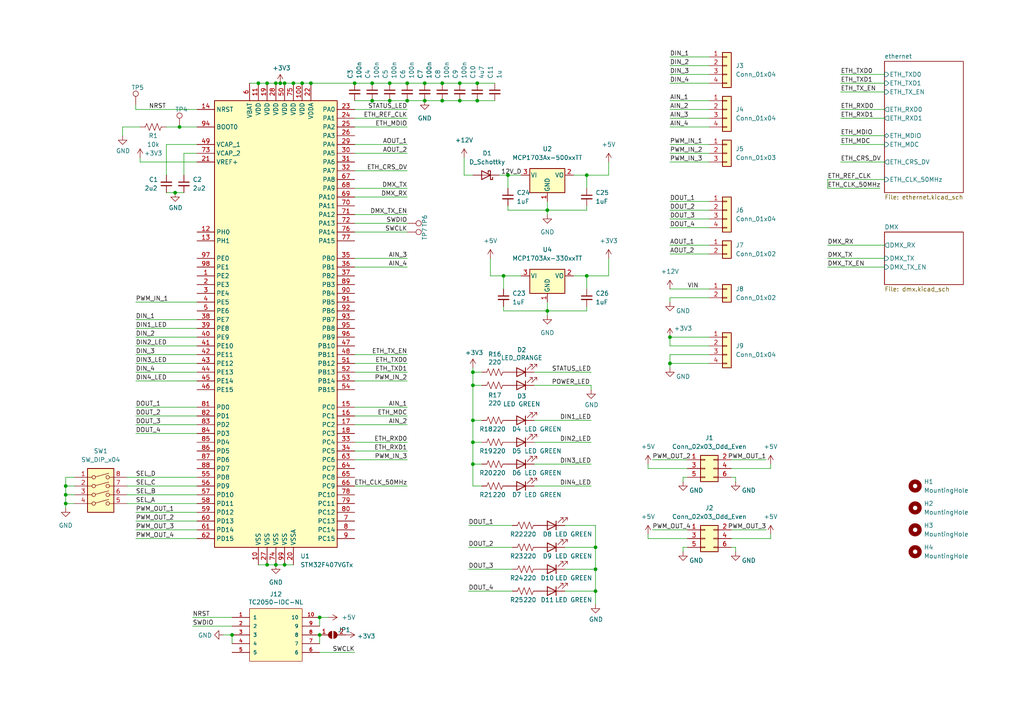
<source format=kicad_sch>
(kicad_sch (version 20211123) (generator eeschema)
  (paper "A4")
  (lib_symbols
    (symbol "Connector:TestPoint" (pin_numbers hide) (pin_names (offset 0.762) hide)
      (property "Reference" "TP" (at 0 6.858 0))
      (property "Value" "TestPoint" (at 0 5.08 0))
      (symbol "TestPoint_1_1"
        (pin passive line (at 0 0 90) (length 2.54) (name "1") (number "1"))
      )
    )
    (symbol "Connector_Generic:Conn_01x02" (pin_names (offset 1.016) hide)
      (property "Reference" "J" (at 0 2.54 0))
      (property "Value" "Conn_01x02" (at 0 -5.08 0))
      (symbol "Conn_01x02_1_1"
        (pin passive line (at -5.08 0 0) (length 3.81) (name "Pin_1") (number "1"))
        (pin passive line (at -5.08 -2.54 0) (length 3.81) (name "Pin_2") (number "2"))
      )
    )
    (symbol "Connector_Generic:Conn_01x03" (pin_names (offset 1.016) hide)
      (property "Reference" "J" (at 0 5.08 0))
      (property "Value" "Conn_01x03" (at 0 -5.08 0))
      (symbol "Conn_01x03_1_1"
        (pin passive line (at -5.08 2.54 0) (length 3.81) (name "Pin_1") (number "1"))
        (pin passive line (at -5.08 0 0) (length 3.81) (name "Pin_2") (number "2"))
        (pin passive line (at -5.08 -2.54 0) (length 3.81) (name "Pin_3") (number "3"))
      )
    )
    (symbol "Connector_Generic:Conn_01x04" (pin_names (offset 1.016) hide)
      (property "Reference" "J" (at 0 5.08 0))
      (property "Value" "Conn_01x04" (at 0 -7.62 0))
      (symbol "Conn_01x04_1_1"
        (pin passive line (at -5.08 2.54 0) (length 3.81) (name "Pin_1") (number "1"))
        (pin passive line (at -5.08 0 0) (length 3.81) (name "Pin_2") (number "2"))
        (pin passive line (at -5.08 -2.54 0) (length 3.81) (name "Pin_3") (number "3"))
        (pin passive line (at -5.08 -5.08 0) (length 3.81) (name "Pin_4") (number "4"))
      )
    )
    (symbol "Connector_Generic:Conn_02x03_Odd_Even" (pin_names (offset 1.016) hide)
      (property "Reference" "J" (at 1.27 5.08 0))
      (property "Value" "Conn_02x03_Odd_Even" (at 1.27 -5.08 0))
      (symbol "Conn_02x03_Odd_Even_1_1"
        (pin passive line (at -5.08 2.54 0) (length 3.81) (name "Pin_1") (number "1"))
        (pin passive line (at 7.62 2.54 180) (length 3.81) (name "Pin_2") (number "2"))
        (pin passive line (at -5.08 0 0) (length 3.81) (name "Pin_3") (number "3"))
        (pin passive line (at 7.62 0 180) (length 3.81) (name "Pin_4") (number "4"))
        (pin passive line (at -5.08 -2.54 0) (length 3.81) (name "Pin_5") (number "5"))
        (pin passive line (at 7.62 -2.54 180) (length 3.81) (name "Pin_6") (number "6"))
      )
    )
    (symbol "Device:C_Small" (pin_numbers hide) (pin_names (offset 0.254) hide)
      (property "Reference" "C" (at 0.254 1.778 0))
      (property "Value" "C_Small" (at 0.254 -2.032 0))
      (symbol "C_Small_1_1"
        (pin passive line (at 0 2.54 270) (length 2.032) (name "~") (number "1"))
        (pin passive line (at 0 -2.54 90) (length 2.032) (name "~") (number "2"))
      )
    )
    (symbol "Device:D_Schottky" (pin_numbers hide) (pin_names (offset 1.016) hide)
      (property "Reference" "D" (at 0 2.54 0))
      (property "Value" "D_Schottky" (at 0 -2.54 0))
      (symbol "D_Schottky_1_1"
        (pin passive line (at -3.81 0 0) (length 2.54) (name "K") (number "1"))
        (pin passive line (at 3.81 0 180) (length 2.54) (name "A") (number "2"))
      )
    )
    (symbol "Device:LED" (pin_numbers hide) (pin_names (offset 1.016) hide)
      (property "Reference" "D" (at 0 2.54 0))
      (property "Value" "LED" (at 0 -2.54 0))
      (symbol "LED_1_1"
        (pin passive line (at -3.81 0 0) (length 2.54) (name "K") (number "1"))
        (pin passive line (at 3.81 0 180) (length 2.54) (name "A") (number "2"))
      )
    )
    (symbol "Device:R_US" (pin_numbers hide) (pin_names (offset 0))
      (property "Reference" "R" (at 2.54 0 90))
      (property "Value" "R_US" (at -2.54 0 90))
      (symbol "R_US_1_1"
        (pin passive line (at 0 3.81 270) (length 1.27) (name "~") (number "1"))
        (pin passive line (at 0 -3.81 90) (length 1.27) (name "~") (number "2"))
      )
    )
    (symbol "Jumper:SolderJumper_2_Open" (pin_names (offset 0) hide)
      (property "Reference" "JP" (at 0 2.032 0))
      (property "Value" "SolderJumper_2_Open" (at 0 -2.54 0))
      (symbol "SolderJumper_2_Open_1_1"
        (pin passive line (at -3.81 0 0) (length 2.54) (name "A") (number "1"))
        (pin passive line (at 3.81 0 180) (length 2.54) (name "B") (number "2"))
      )
    )
    (symbol "MCU_ST_STM32F4:STM32F407VGTx"
      (property "Reference" "U" (at -17.78 64.77 0))
      (property "Value" "STM32F407VGTx" (at 12.7 64.77 0))
      (symbol "STM32F407VGTx_1_1"
        (pin bidirectional line (at -22.86 12.7 0) (length 5.08) (name "PE2") (number "1"))
        (pin power_in line (at -5.08 -71.12 90) (length 5.08) (name "VSS") (number "10"))
        (pin power_in line (at 7.62 68.58 270) (length 5.08) (name "VDD") (number "100"))
        (pin power_in line (at -5.08 68.58 270) (length 5.08) (name "VDD") (number "11"))
        (pin input line (at -22.86 25.4 0) (length 5.08) (name "PH0") (number "12"))
        (pin input line (at -22.86 22.86 0) (length 5.08) (name "PH1") (number "13"))
        (pin input line (at -22.86 60.96 0) (length 5.08) (name "NRST") (number "14"))
        (pin bidirectional line (at 22.86 -25.4 180) (length 5.08) (name "PC0") (number "15"))
        (pin bidirectional line (at 22.86 -27.94 180) (length 5.08) (name "PC1") (number "16"))
        (pin bidirectional line (at 22.86 -30.48 180) (length 5.08) (name "PC2") (number "17"))
        (pin bidirectional line (at 22.86 -33.02 180) (length 5.08) (name "PC3") (number "18"))
        (pin power_in line (at -2.54 68.58 270) (length 5.08) (name "VDD") (number "19"))
        (pin bidirectional line (at -22.86 10.16 0) (length 5.08) (name "PE3") (number "2"))
        (pin power_in line (at 5.08 -71.12 90) (length 5.08) (name "VSSA") (number "20"))
        (pin power_in line (at -22.86 45.72 0) (length 5.08) (name "VREF+") (number "21"))
        (pin power_in line (at 10.16 68.58 270) (length 5.08) (name "VDDA") (number "22"))
        (pin bidirectional line (at 22.86 60.96 180) (length 5.08) (name "PA0") (number "23"))
        (pin bidirectional line (at 22.86 58.42 180) (length 5.08) (name "PA1") (number "24"))
        (pin bidirectional line (at 22.86 55.88 180) (length 5.08) (name "PA2") (number "25"))
        (pin bidirectional line (at 22.86 53.34 180) (length 5.08) (name "PA3") (number "26"))
        (pin power_in line (at -2.54 -71.12 90) (length 5.08) (name "VSS") (number "27"))
        (pin power_in line (at 0 68.58 270) (length 5.08) (name "VDD") (number "28"))
        (pin bidirectional line (at 22.86 50.8 180) (length 5.08) (name "PA4") (number "29"))
        (pin bidirectional line (at -22.86 7.62 0) (length 5.08) (name "PE4") (number "3"))
        (pin bidirectional line (at 22.86 48.26 180) (length 5.08) (name "PA5") (number "30"))
        (pin bidirectional line (at 22.86 45.72 180) (length 5.08) (name "PA6") (number "31"))
        (pin bidirectional line (at 22.86 43.18 180) (length 5.08) (name "PA7") (number "32"))
        (pin bidirectional line (at 22.86 -35.56 180) (length 5.08) (name "PC4") (number "33"))
        (pin bidirectional line (at 22.86 -38.1 180) (length 5.08) (name "PC5") (number "34"))
        (pin bidirectional line (at 22.86 17.78 180) (length 5.08) (name "PB0") (number "35"))
        (pin bidirectional line (at 22.86 15.24 180) (length 5.08) (name "PB1") (number "36"))
        (pin bidirectional line (at 22.86 12.7 180) (length 5.08) (name "PB2") (number "37"))
        (pin bidirectional line (at -22.86 0 0) (length 5.08) (name "PE7") (number "38"))
        (pin bidirectional line (at -22.86 -2.54 0) (length 5.08) (name "PE8") (number "39"))
        (pin bidirectional line (at -22.86 5.08 0) (length 5.08) (name "PE5") (number "4"))
        (pin bidirectional line (at -22.86 -5.08 0) (length 5.08) (name "PE9") (number "40"))
        (pin bidirectional line (at -22.86 -7.62 0) (length 5.08) (name "PE10") (number "41"))
        (pin bidirectional line (at -22.86 -10.16 0) (length 5.08) (name "PE11") (number "42"))
        (pin bidirectional line (at -22.86 -12.7 0) (length 5.08) (name "PE12") (number "43"))
        (pin bidirectional line (at -22.86 -15.24 0) (length 5.08) (name "PE13") (number "44"))
        (pin bidirectional line (at -22.86 -17.78 0) (length 5.08) (name "PE14") (number "45"))
        (pin bidirectional line (at -22.86 -20.32 0) (length 5.08) (name "PE15") (number "46"))
        (pin bidirectional line (at 22.86 -7.62 180) (length 5.08) (name "PB10") (number "47"))
        (pin bidirectional line (at 22.86 -10.16 180) (length 5.08) (name "PB11") (number "48"))
        (pin power_in line (at -22.86 50.8 0) (length 5.08) (name "VCAP_1") (number "49"))
        (pin bidirectional line (at -22.86 2.54 0) (length 5.08) (name "PE6") (number "5"))
        (pin power_in line (at 2.54 68.58 270) (length 5.08) (name "VDD") (number "50"))
        (pin bidirectional line (at 22.86 -12.7 180) (length 5.08) (name "PB12") (number "51"))
        (pin bidirectional line (at 22.86 -15.24 180) (length 5.08) (name "PB13") (number "52"))
        (pin bidirectional line (at 22.86 -17.78 180) (length 5.08) (name "PB14") (number "53"))
        (pin bidirectional line (at 22.86 -20.32 180) (length 5.08) (name "PB15") (number "54"))
        (pin bidirectional line (at -22.86 -45.72 0) (length 5.08) (name "PD8") (number "55"))
        (pin bidirectional line (at -22.86 -48.26 0) (length 5.08) (name "PD9") (number "56"))
        (pin bidirectional line (at -22.86 -50.8 0) (length 5.08) (name "PD10") (number "57"))
        (pin bidirectional line (at -22.86 -53.34 0) (length 5.08) (name "PD11") (number "58"))
        (pin bidirectional line (at -22.86 -55.88 0) (length 5.08) (name "PD12") (number "59"))
        (pin power_in line (at -7.62 68.58 270) (length 5.08) (name "VBAT") (number "6"))
        (pin bidirectional line (at -22.86 -58.42 0) (length 5.08) (name "PD13") (number "60"))
        (pin bidirectional line (at -22.86 -60.96 0) (length 5.08) (name "PD14") (number "61"))
        (pin bidirectional line (at -22.86 -63.5 0) (length 5.08) (name "PD15") (number "62"))
        (pin bidirectional line (at 22.86 -40.64 180) (length 5.08) (name "PC6") (number "63"))
        (pin bidirectional line (at 22.86 -43.18 180) (length 5.08) (name "PC7") (number "64"))
        (pin bidirectional line (at 22.86 -45.72 180) (length 5.08) (name "PC8") (number "65"))
        (pin bidirectional line (at 22.86 -48.26 180) (length 5.08) (name "PC9") (number "66"))
        (pin bidirectional line (at 22.86 40.64 180) (length 5.08) (name "PA8") (number "67"))
        (pin bidirectional line (at 22.86 38.1 180) (length 5.08) (name "PA9") (number "68"))
        (pin bidirectional line (at 22.86 35.56 180) (length 5.08) (name "PA10") (number "69"))
        (pin bidirectional line (at 22.86 -58.42 180) (length 5.08) (name "PC13") (number "7"))
        (pin bidirectional line (at 22.86 33.02 180) (length 5.08) (name "PA11") (number "70"))
        (pin bidirectional line (at 22.86 30.48 180) (length 5.08) (name "PA12") (number "71"))
        (pin bidirectional line (at 22.86 27.94 180) (length 5.08) (name "PA13") (number "72"))
        (pin power_in line (at -22.86 48.26 0) (length 5.08) (name "VCAP_2") (number "73"))
        (pin power_in line (at 0 -71.12 90) (length 5.08) (name "VSS") (number "74"))
        (pin power_in line (at 5.08 68.58 270) (length 5.08) (name "VDD") (number "75"))
        (pin bidirectional line (at 22.86 25.4 180) (length 5.08) (name "PA14") (number "76"))
        (pin bidirectional line (at 22.86 22.86 180) (length 5.08) (name "PA15") (number "77"))
        (pin bidirectional line (at 22.86 -50.8 180) (length 5.08) (name "PC10") (number "78"))
        (pin bidirectional line (at 22.86 -53.34 180) (length 5.08) (name "PC11") (number "79"))
        (pin bidirectional line (at 22.86 -60.96 180) (length 5.08) (name "PC14") (number "8"))
        (pin bidirectional line (at 22.86 -55.88 180) (length 5.08) (name "PC12") (number "80"))
        (pin bidirectional line (at -22.86 -25.4 0) (length 5.08) (name "PD0") (number "81"))
        (pin bidirectional line (at -22.86 -27.94 0) (length 5.08) (name "PD1") (number "82"))
        (pin bidirectional line (at -22.86 -30.48 0) (length 5.08) (name "PD2") (number "83"))
        (pin bidirectional line (at -22.86 -33.02 0) (length 5.08) (name "PD3") (number "84"))
        (pin bidirectional line (at -22.86 -35.56 0) (length 5.08) (name "PD4") (number "85"))
        (pin bidirectional line (at -22.86 -38.1 0) (length 5.08) (name "PD5") (number "86"))
        (pin bidirectional line (at -22.86 -40.64 0) (length 5.08) (name "PD6") (number "87"))
        (pin bidirectional line (at -22.86 -43.18 0) (length 5.08) (name "PD7") (number "88"))
        (pin bidirectional line (at 22.86 10.16 180) (length 5.08) (name "PB3") (number "89"))
        (pin bidirectional line (at 22.86 -63.5 180) (length 5.08) (name "PC15") (number "9"))
        (pin bidirectional line (at 22.86 7.62 180) (length 5.08) (name "PB4") (number "90"))
        (pin bidirectional line (at 22.86 5.08 180) (length 5.08) (name "PB5") (number "91"))
        (pin bidirectional line (at 22.86 2.54 180) (length 5.08) (name "PB6") (number "92"))
        (pin bidirectional line (at 22.86 0 180) (length 5.08) (name "PB7") (number "93"))
        (pin input line (at -22.86 55.88 0) (length 5.08) (name "BOOT0") (number "94"))
        (pin bidirectional line (at 22.86 -2.54 180) (length 5.08) (name "PB8") (number "95"))
        (pin bidirectional line (at 22.86 -5.08 180) (length 5.08) (name "PB9") (number "96"))
        (pin bidirectional line (at -22.86 17.78 0) (length 5.08) (name "PE0") (number "97"))
        (pin bidirectional line (at -22.86 15.24 0) (length 5.08) (name "PE1") (number "98"))
        (pin power_in line (at 2.54 -71.12 90) (length 5.08) (name "VSS") (number "99"))
      )
    )
    (symbol "Mechanical:MountingHole" (pin_names (offset 1.016))
      (property "Reference" "H" (at 0 5.08 0))
      (property "Value" "MountingHole" (at 0 3.175 0))
    )
    (symbol "Regulator_Linear:MCP1703Ax-330xxTT" (pin_names (offset 0.254))
      (property "Reference" "U" (at -3.81 3.175 0))
      (property "Value" "MCP1703Ax-330xxTT" (at 0 3.175 0))
      (symbol "MCP1703Ax-330xxTT_1_1"
        (pin power_in line (at 0 -7.62 90) (length 2.54) (name "GND") (number "1"))
        (pin power_out line (at 7.62 0 180) (length 2.54) (name "VO") (number "2"))
        (pin power_in line (at -7.62 0 0) (length 2.54) (name "VI") (number "3"))
      )
    )
    (symbol "Regulator_Linear:MCP1703Ax-500xxTT" (pin_names (offset 0.254))
      (property "Reference" "U" (at -3.81 3.175 0))
      (property "Value" "MCP1703Ax-500xxTT" (at 0 3.175 0))
      (symbol "MCP1703Ax-500xxTT_1_1"
        (pin power_in line (at 0 -7.62 90) (length 2.54) (name "GND") (number "1"))
        (pin power_out line (at 7.62 0 180) (length 2.54) (name "VO") (number "2"))
        (pin power_in line (at -7.62 0 0) (length 2.54) (name "VI") (number "3"))
      )
    )
    (symbol "Switch:SW_DIP_x04" (pin_names (offset 0) hide)
      (property "Reference" "SW" (at 0 8.89 0))
      (property "Value" "SW_DIP_x04" (at 0 -6.35 0))
      (symbol "SW_DIP_x04_1_1"
        (pin passive line (at -7.62 5.08 0) (length 5.08) (name "~") (number "1"))
        (pin passive line (at -7.62 2.54 0) (length 5.08) (name "~") (number "2"))
        (pin passive line (at -7.62 0 0) (length 5.08) (name "~") (number "3"))
        (pin passive line (at -7.62 -2.54 0) (length 5.08) (name "~") (number "4"))
        (pin passive line (at 7.62 -2.54 180) (length 5.08) (name "~") (number "5"))
        (pin passive line (at 7.62 0 180) (length 5.08) (name "~") (number "6"))
        (pin passive line (at 7.62 2.54 180) (length 5.08) (name "~") (number "7"))
        (pin passive line (at 7.62 5.08 180) (length 5.08) (name "~") (number "8"))
      )
    )
    (symbol "TC2050:TC2050-IDC-NL" (pin_names (offset 1.016))
      (property "Reference" "J" (at -7.62 7.62 0))
      (property "Value" "TC2050-IDC-NL" (at -7.62 -10.16 0))
      (symbol "TC2050-IDC-NL_0_0"
        (pin passive line (at -12.7 5.08 0) (length 5.08) (name "1") (number "1"))
        (pin passive line (at 12.7 5.08 180) (length 5.08) (name "10") (number "10"))
        (pin passive line (at -12.7 2.54 0) (length 5.08) (name "2") (number "2"))
        (pin passive line (at -12.7 0 0) (length 5.08) (name "3") (number "3"))
        (pin passive line (at -12.7 -2.54 0) (length 5.08) (name "4") (number "4"))
        (pin passive line (at -12.7 -5.08 0) (length 5.08) (name "5") (number "5"))
        (pin passive line (at 12.7 -5.08 180) (length 5.08) (name "6") (number "6"))
        (pin passive line (at 12.7 -2.54 180) (length 5.08) (name "7") (number "7"))
        (pin passive line (at 12.7 0 180) (length 5.08) (name "8") (number "8"))
        (pin passive line (at 12.7 2.54 180) (length 5.08) (name "9") (number "9"))
      )
    )
    (symbol "power:+12V" (power) (pin_names (offset 0))
      (property "Value" "+12V" (at 0 3.556 0))
      (symbol "+12V_1_1"
        (pin power_in line (at 0 0 90) (length 0) hide (name "+12V") (number "1"))
      )
    )
    (symbol "power:+3V3" (power) (pin_names (offset 0))
      (property "Value" "+3V3" (at 0 3.556 0))
      (symbol "+3V3_1_1"
        (pin power_in line (at 0 0 90) (length 0) hide (name "+3V3") (number "1"))
      )
    )
    (symbol "power:+5V" (power) (pin_names (offset 0))
      (property "Value" "+5V" (at 0 3.556 0))
      (symbol "+5V_1_1"
        (pin power_in line (at 0 0 90) (length 0) hide (name "+5V") (number "1"))
      )
    )
    (symbol "power:GND" (power) (pin_names (offset 0))
      (property "Value" "GND" (at 0 -3.81 0))
      (symbol "GND_1_1"
        (pin power_in line (at 0 0 270) (length 0) hide (name "GND") (number "1"))
      )
    )
  )
  (junction (at 77.47 163.83))
  (junction (at 123.19 29.21))
  (junction (at 133.35 29.21))
  (junction (at 92.71 179.07))
  (junction (at 67.31 184.15))
  (junction (at 138.43 24.13))
  (junction (at 137.16 121.92))
  (junction (at 172.72 165.1))
  (junction (at 170.18 50.8))
  (junction (at 137.16 128.27))
  (junction (at 172.72 158.75))
  (junction (at 137.16 134.62))
  (junction (at 107.95 29.21))
  (junction (at 82.55 163.83))
  (junction (at 102.87 24.13))
  (junction (at 74.93 24.13))
  (junction (at 113.03 29.21))
  (junction (at 128.27 24.13))
  (junction (at 146.05 80.01))
  (junction (at 81.28 24.13))
  (junction (at 113.03 24.13))
  (junction (at 128.27 29.21))
  (junction (at 118.11 24.13))
  (junction (at 19.05 146.05))
  (junction (at 133.35 24.13))
  (junction (at 80.01 163.83))
  (junction (at 85.09 24.13))
  (junction (at 194.31 105.41))
  (junction (at 137.16 107.95))
  (junction (at 118.11 29.21))
  (junction (at 147.32 50.8))
  (junction (at 50.8 55.88))
  (junction (at 172.72 171.45))
  (junction (at 170.18 80.01))
  (junction (at 52.07 36.83))
  (junction (at 90.17 24.13))
  (junction (at 87.63 24.13))
  (junction (at 138.43 29.21))
  (junction (at 194.31 97.79))
  (junction (at 107.95 24.13))
  (junction (at 137.16 111.76))
  (junction (at 158.75 90.17))
  (junction (at 82.55 24.13))
  (junction (at 80.01 24.13))
  (junction (at 19.05 140.97))
  (junction (at 123.19 24.13))
  (junction (at 92.71 184.15))
  (junction (at 77.47 24.13))
  (junction (at 158.75 60.96))
  (junction (at 19.05 143.51))
  (wire (pts (xy 194.31 71.12) (xy 205.74 71.12)))
  (wire (pts (xy 194.31 86.36) (xy 205.74 86.36)))
  (wire (pts (xy 138.43 29.21) (xy 143.51 29.21)))
  (wire (pts (xy 92.71 189.23) (xy 102.87 189.23)))
  (wire (pts (xy 223.52 134.62) (xy 223.52 135.89)))
  (wire (pts (xy 64.77 184.15) (xy 67.31 184.15)))
  (wire (pts (xy 170.18 88.9) (xy 170.18 90.17)))
  (wire (pts (xy 48.26 55.88) (xy 50.8 55.88)))
  (wire (pts (xy 87.63 24.13) (xy 90.17 24.13)))
  (wire (pts (xy 102.87 31.75) (xy 118.11 31.75)))
  (wire (pts (xy 163.83 152.4) (xy 172.72 152.4)))
  (wire (pts (xy 39.37 118.11) (xy 57.15 118.11)))
  (wire (pts (xy 194.31 36.83) (xy 205.74 36.83)))
  (wire (pts (xy 176.53 80.01) (xy 176.53 74.93)))
  (wire (pts (xy 102.87 24.13) (xy 107.95 24.13)))
  (wire (pts (xy 198.12 158.75) (xy 198.12 160.02)))
  (wire (pts (xy 102.87 34.29) (xy 118.11 34.29)))
  (wire (pts (xy 19.05 140.97) (xy 19.05 138.43)))
  (wire (pts (xy 102.87 67.31) (xy 118.11 67.31)))
  (wire (pts (xy 102.87 107.95) (xy 118.11 107.95)))
  (wire (pts (xy 36.83 138.43) (xy 57.15 138.43)))
  (wire (pts (xy 107.95 29.21) (xy 113.03 29.21)))
  (wire (pts (xy 147.32 59.69) (xy 147.32 60.96)))
  (wire (pts (xy 158.75 87.63) (xy 158.75 90.17)))
  (wire (pts (xy 39.37 105.41) (xy 57.15 105.41)))
  (wire (pts (xy 53.34 44.45) (xy 53.34 50.8)))
  (wire (pts (xy 57.15 36.83) (xy 52.07 36.83)))
  (wire (pts (xy 137.16 111.76) (xy 137.16 121.92)))
  (wire (pts (xy 74.93 24.13) (xy 77.47 24.13)))
  (wire (pts (xy 36.83 146.05) (xy 57.15 146.05)))
  (wire (pts (xy 39.37 120.65) (xy 57.15 120.65)))
  (wire (pts (xy 137.16 128.27) (xy 139.7 128.27)))
  (wire (pts (xy 135.89 152.4) (xy 148.59 152.4)))
  (wire (pts (xy 194.31 24.13) (xy 205.74 24.13)))
  (wire (pts (xy 146.05 90.17) (xy 146.05 88.9)))
  (wire (pts (xy 213.36 138.43) (xy 213.36 139.7)))
  (wire (pts (xy 194.31 97.79) (xy 194.31 100.33)))
  (wire (pts (xy 92.71 179.07) (xy 95.25 179.07)))
  (wire (pts (xy 19.05 138.43) (xy 21.59 138.43)))
  (wire (pts (xy 39.37 31.75) (xy 57.15 31.75)))
  (wire (pts (xy 113.03 24.13) (xy 118.11 24.13)))
  (wire (pts (xy 212.09 138.43) (xy 213.36 138.43)))
  (wire (pts (xy 55.88 181.61) (xy 67.31 181.61)))
  (wire (pts (xy 133.35 29.21) (xy 138.43 29.21)))
  (wire (pts (xy 212.09 153.67) (xy 222.25 153.67)))
  (wire (pts (xy 212.09 133.35) (xy 222.25 133.35)))
  (wire (pts (xy 92.71 179.07) (xy 92.71 181.61)))
  (wire (pts (xy 107.95 24.13) (xy 113.03 24.13)))
  (wire (pts (xy 243.84 24.13) (xy 256.54 24.13)))
  (wire (pts (xy 102.87 123.19) (xy 118.11 123.19)))
  (wire (pts (xy 21.59 146.05) (xy 19.05 146.05)))
  (wire (pts (xy 170.18 80.01) (xy 170.18 83.82)))
  (wire (pts (xy 77.47 24.13) (xy 80.01 24.13)))
  (wire (pts (xy 163.83 158.75) (xy 172.72 158.75)))
  (wire (pts (xy 154.94 134.62) (xy 171.45 134.62)))
  (wire (pts (xy 172.72 152.4) (xy 172.72 158.75)))
  (wire (pts (xy 170.18 50.8) (xy 176.53 50.8)))
  (wire (pts (xy 154.94 121.92) (xy 171.45 121.92)))
  (wire (pts (xy 194.31 105.41) (xy 194.31 102.87)))
  (wire (pts (xy 92.71 184.15) (xy 92.71 186.69)))
  (wire (pts (xy 72.39 24.13) (xy 74.93 24.13)))
  (wire (pts (xy 90.17 24.13) (xy 102.87 24.13)))
  (wire (pts (xy 82.55 163.83) (xy 85.09 163.83)))
  (wire (pts (xy 194.31 58.42) (xy 205.74 58.42)))
  (wire (pts (xy 176.53 46.99) (xy 176.53 50.8)))
  (wire (pts (xy 67.31 184.15) (xy 67.31 186.69)))
  (wire (pts (xy 158.75 90.17) (xy 158.75 91.44)))
  (wire (pts (xy 172.72 171.45) (xy 172.72 175.26)))
  (wire (pts (xy 80.01 163.83) (xy 82.55 163.83)))
  (wire (pts (xy 36.83 140.97) (xy 57.15 140.97)))
  (wire (pts (xy 240.03 74.93) (xy 256.54 74.93)))
  (wire (pts (xy 212.09 135.89) (xy 223.52 135.89)))
  (wire (pts (xy 212.09 158.75) (xy 213.36 158.75)))
  (wire (pts (xy 240.03 52.07) (xy 256.54 52.07)))
  (wire (pts (xy 194.31 19.05) (xy 205.74 19.05)))
  (wire (pts (xy 172.72 165.1) (xy 172.72 171.45)))
  (wire (pts (xy 212.09 156.21) (xy 223.52 156.21)))
  (wire (pts (xy 205.74 105.41) (xy 194.31 105.41)))
  (wire (pts (xy 194.31 83.82) (xy 205.74 83.82)))
  (wire (pts (xy 135.89 171.45) (xy 148.59 171.45)))
  (wire (pts (xy 135.89 165.1) (xy 148.59 165.1)))
  (wire (pts (xy 194.31 63.5) (xy 205.74 63.5)))
  (wire (pts (xy 35.56 36.83) (xy 35.56 39.37)))
  (wire (pts (xy 82.55 24.13) (xy 85.09 24.13)))
  (wire (pts (xy 57.15 46.99) (xy 40.64 46.99)))
  (wire (pts (xy 39.37 148.59) (xy 57.15 148.59)))
  (wire (pts (xy 39.37 153.67) (xy 57.15 153.67)))
  (wire (pts (xy 243.84 39.37) (xy 256.54 39.37)))
  (wire (pts (xy 146.05 80.01) (xy 146.05 83.82)))
  (wire (pts (xy 198.12 138.43) (xy 198.12 139.7)))
  (wire (pts (xy 137.16 121.92) (xy 137.16 128.27)))
  (wire (pts (xy 48.26 41.91) (xy 48.26 50.8)))
  (wire (pts (xy 166.37 50.8) (xy 170.18 50.8)))
  (wire (pts (xy 147.32 60.96) (xy 158.75 60.96)))
  (wire (pts (xy 194.31 97.79) (xy 205.74 97.79)))
  (wire (pts (xy 138.43 24.13) (xy 143.51 24.13)))
  (wire (pts (xy 102.87 44.45) (xy 118.11 44.45)))
  (wire (pts (xy 39.37 92.71) (xy 57.15 92.71)))
  (wire (pts (xy 194.31 41.91) (xy 205.74 41.91)))
  (wire (pts (xy 102.87 41.91) (xy 118.11 41.91)))
  (wire (pts (xy 57.15 44.45) (xy 53.34 44.45)))
  (wire (pts (xy 74.93 163.83) (xy 77.47 163.83)))
  (wire (pts (xy 19.05 143.51) (xy 21.59 143.51)))
  (wire (pts (xy 158.75 58.42) (xy 158.75 60.96)))
  (wire (pts (xy 81.28 24.13) (xy 82.55 24.13)))
  (wire (pts (xy 158.75 60.96) (xy 158.75 62.23)))
  (wire (pts (xy 223.52 154.94) (xy 223.52 156.21)))
  (wire (pts (xy 137.16 128.27) (xy 137.16 134.62)))
  (wire (pts (xy 240.03 54.61) (xy 255.27 54.61)))
  (wire (pts (xy 128.27 29.21) (xy 133.35 29.21)))
  (wire (pts (xy 158.75 60.96) (xy 170.18 60.96)))
  (wire (pts (xy 102.87 29.21) (xy 107.95 29.21)))
  (wire (pts (xy 154.94 140.97) (xy 171.45 140.97)))
  (wire (pts (xy 102.87 102.87) (xy 118.11 102.87)))
  (wire (pts (xy 142.24 74.93) (xy 142.24 80.01)))
  (wire (pts (xy 39.37 87.63) (xy 57.15 87.63)))
  (wire (pts (xy 102.87 36.83) (xy 118.11 36.83)))
  (wire (pts (xy 36.83 143.51) (xy 57.15 143.51)))
  (wire (pts (xy 137.16 140.97) (xy 139.7 140.97)))
  (wire (pts (xy 39.37 125.73) (xy 57.15 125.73)))
  (wire (pts (xy 194.31 44.45) (xy 205.74 44.45)))
  (wire (pts (xy 102.87 140.97) (xy 118.11 140.97)))
  (wire (pts (xy 142.24 80.01) (xy 146.05 80.01)))
  (wire (pts (xy 147.32 50.8) (xy 151.13 50.8)))
  (wire (pts (xy 102.87 120.65) (xy 118.11 120.65)))
  (wire (pts (xy 39.37 110.49) (xy 57.15 110.49)))
  (wire (pts (xy 102.87 105.41) (xy 118.11 105.41)))
  (wire (pts (xy 243.84 41.91) (xy 256.54 41.91)))
  (wire (pts (xy 194.31 29.21) (xy 205.74 29.21)))
  (wire (pts (xy 194.31 46.99) (xy 205.74 46.99)))
  (wire (pts (xy 171.45 111.76) (xy 171.45 113.03)))
  (wire (pts (xy 19.05 140.97) (xy 21.59 140.97)))
  (wire (pts (xy 163.83 165.1) (xy 172.72 165.1)))
  (wire (pts (xy 194.31 21.59) (xy 205.74 21.59)))
  (wire (pts (xy 57.15 41.91) (xy 48.26 41.91)))
  (wire (pts (xy 135.89 158.75) (xy 148.59 158.75)))
  (wire (pts (xy 240.03 52.07) (xy 240.03 54.61)))
  (wire (pts (xy 102.87 118.11) (xy 118.11 118.11)))
  (wire (pts (xy 170.18 59.69) (xy 170.18 60.96)))
  (wire (pts (xy 52.07 36.83) (xy 48.26 36.83)))
  (wire (pts (xy 102.87 110.49) (xy 118.11 110.49)))
  (wire (pts (xy 102.87 130.81) (xy 118.11 130.81)))
  (wire (pts (xy 39.37 97.79) (xy 57.15 97.79)))
  (wire (pts (xy 199.39 156.21) (xy 187.96 156.21)))
  (wire (pts (xy 39.37 30.48) (xy 39.37 31.75)))
  (wire (pts (xy 194.31 34.29) (xy 205.74 34.29)))
  (wire (pts (xy 128.27 24.13) (xy 133.35 24.13)))
  (wire (pts (xy 123.19 24.13) (xy 128.27 24.13)))
  (wire (pts (xy 194.31 102.87) (xy 205.74 102.87)))
  (wire (pts (xy 154.94 111.76) (xy 171.45 111.76)))
  (wire (pts (xy 102.87 74.93) (xy 118.11 74.93)))
  (wire (pts (xy 243.84 46.99) (xy 256.54 46.99)))
  (wire (pts (xy 158.75 90.17) (xy 146.05 90.17)))
  (wire (pts (xy 85.09 24.13) (xy 87.63 24.13)))
  (wire (pts (xy 170.18 50.8) (xy 170.18 54.61)))
  (wire (pts (xy 194.31 100.33) (xy 205.74 100.33)))
  (wire (pts (xy 199.39 138.43) (xy 198.12 138.43)))
  (wire (pts (xy 194.31 73.66) (xy 205.74 73.66)))
  (wire (pts (xy 243.84 31.75) (xy 256.54 31.75)))
  (wire (pts (xy 194.31 86.36) (xy 194.31 87.63)))
  (wire (pts (xy 240.03 71.12) (xy 256.54 71.12)))
  (wire (pts (xy 172.72 158.75) (xy 172.72 165.1)))
  (wire (pts (xy 137.16 111.76) (xy 137.16 107.95)))
  (wire (pts (xy 19.05 146.05) (xy 19.05 143.51)))
  (wire (pts (xy 194.31 105.41) (xy 194.31 106.68)))
  (wire (pts (xy 39.37 156.21) (xy 57.15 156.21)))
  (wire (pts (xy 102.87 133.35) (xy 118.11 133.35)))
  (wire (pts (xy 144.78 50.8) (xy 147.32 50.8)))
  (wire (pts (xy 240.03 77.47) (xy 256.54 77.47)))
  (wire (pts (xy 189.23 153.67) (xy 199.39 153.67)))
  (wire (pts (xy 134.62 45.72) (xy 134.62 50.8)))
  (wire (pts (xy 35.56 36.83) (xy 40.64 36.83)))
  (wire (pts (xy 194.31 66.04) (xy 205.74 66.04)))
  (wire (pts (xy 102.87 57.15) (xy 118.11 57.15)))
  (wire (pts (xy 147.32 50.8) (xy 147.32 54.61)))
  (wire (pts (xy 102.87 64.77) (xy 118.11 64.77)))
  (wire (pts (xy 133.35 24.13) (xy 138.43 24.13)))
  (wire (pts (xy 194.31 31.75) (xy 205.74 31.75)))
  (wire (pts (xy 102.87 54.61) (xy 118.11 54.61)))
  (wire (pts (xy 19.05 146.05) (xy 19.05 147.32)))
  (wire (pts (xy 40.64 45.72) (xy 40.64 46.99)))
  (wire (pts (xy 137.16 121.92) (xy 139.7 121.92)))
  (wire (pts (xy 137.16 134.62) (xy 139.7 134.62)))
  (wire (pts (xy 80.01 24.13) (xy 81.28 24.13)))
  (wire (pts (xy 134.62 50.8) (xy 137.16 50.8)))
  (wire (pts (xy 158.75 90.17) (xy 170.18 90.17)))
  (wire (pts (xy 39.37 107.95) (xy 57.15 107.95)))
  (wire (pts (xy 55.88 179.07) (xy 67.31 179.07)))
  (wire (pts (xy 102.87 49.53) (xy 118.11 49.53)))
  (wire (pts (xy 39.37 151.13) (xy 57.15 151.13)))
  (wire (pts (xy 146.05 80.01) (xy 151.13 80.01)))
  (wire (pts (xy 194.31 60.96) (xy 205.74 60.96)))
  (wire (pts (xy 139.7 111.76) (xy 137.16 111.76)))
  (wire (pts (xy 118.11 24.13) (xy 123.19 24.13)))
  (wire (pts (xy 213.36 158.75) (xy 213.36 160.02)))
  (wire (pts (xy 102.87 77.47) (xy 118.11 77.47)))
  (wire (pts (xy 102.87 128.27) (xy 118.11 128.27)))
  (wire (pts (xy 123.19 29.21) (xy 128.27 29.21)))
  (wire (pts (xy 39.37 100.33) (xy 57.15 100.33)))
  (wire (pts (xy 243.84 34.29) (xy 256.54 34.29)))
  (wire (pts (xy 39.37 123.19) (xy 57.15 123.19)))
  (wire (pts (xy 166.37 80.01) (xy 170.18 80.01)))
  (wire (pts (xy 118.11 29.21) (xy 123.19 29.21)))
  (wire (pts (xy 39.37 95.25) (xy 57.15 95.25)))
  (wire (pts (xy 243.84 21.59) (xy 256.54 21.59)))
  (wire (pts (xy 187.96 154.94) (xy 187.96 156.21)))
  (wire (pts (xy 243.84 26.67) (xy 256.54 26.67)))
  (wire (pts (xy 194.31 16.51) (xy 205.74 16.51)))
  (wire (pts (xy 102.87 62.23) (xy 118.11 62.23)))
  (wire (pts (xy 199.39 135.89) (xy 187.96 135.89)))
  (wire (pts (xy 139.7 107.95) (xy 137.16 107.95)))
  (wire (pts (xy 137.16 134.62) (xy 137.16 140.97)))
  (wire (pts (xy 187.96 134.62) (xy 187.96 135.89)))
  (wire (pts (xy 50.8 55.88) (xy 53.34 55.88)))
  (wire (pts (xy 199.39 158.75) (xy 198.12 158.75)))
  (wire (pts (xy 137.16 107.95) (xy 137.16 106.68)))
  (wire (pts (xy 163.83 171.45) (xy 172.72 171.45)))
  (wire (pts (xy 19.05 143.51) (xy 19.05 140.97)))
  (wire (pts (xy 113.03 29.21) (xy 118.11 29.21)))
  (wire (pts (xy 154.94 107.95) (xy 171.45 107.95)))
  (wire (pts (xy 77.47 163.83) (xy 80.01 163.83)))
  (wire (pts (xy 189.23 133.35) (xy 199.39 133.35)))
  (wire (pts (xy 39.37 102.87) (xy 57.15 102.87)))
  (wire (pts (xy 154.94 128.27) (xy 171.45 128.27)))
  (wire (pts (xy 170.18 80.01) (xy 176.53 80.01)))
  (label "STATUS_LED" (at 171.45 107.95 180))
  (label "ETH_TXD1" (at 243.84 24.13 0))
  (label "POWER_LED" (at 160.02 111.76 0))
  (label "ETH_CRS_DV" (at 118.11 49.53 180))
  (label "DIN4_LED" (at 39.37 110.49 0))
  (label "ETH_RXD0" (at 243.84 31.75 0))
  (label "DIN2_LED" (at 39.37 100.33 0))
  (label "ETH_CRS_DV" (at 243.84 46.99 0))
  (label "AIN_4" (at 194.31 36.83 0))
  (label "DOUT_3" (at 39.37 123.19 0))
  (label "SWCLK" (at 118.11 67.31 180))
  (label "ETH_TX_EN" (at 118.11 102.87 180))
  (label "PWM_OUT_4" (at 39.37 156.21 0))
  (label "DOUT_4" (at 39.37 125.73 0))
  (label "DMX_RX" (at 240.03 71.12 0))
  (label "ETH_REF_CLK" (at 240.03 52.07 0))
  (label "PWM_IN_2" (at 118.11 110.49 180))
  (label "DIN_4" (at 194.31 24.13 0))
  (label "DMX_TX_EN" (at 118.11 62.23 180))
  (label "ETH_RXD1" (at 243.84 34.29 0))
  (label "PWM_OUT_4" (at 189.23 153.67 0))
  (label "AOUT_2" (at 194.31 73.66 0))
  (label "SEL_C" (at 39.37 140.97 0))
  (label "AIN_2" (at 118.11 123.19 180))
  (label "AIN_3" (at 194.31 34.29 0))
  (label "ETH_RXD0" (at 118.11 128.27 180))
  (label "ETH_RXD1" (at 118.11 130.81 180))
  (label "DOUT_2" (at 194.31 60.96 0))
  (label "ETH_TXD0" (at 243.84 21.59 0))
  (label "PWM_OUT_3" (at 222.25 153.67 180))
  (label "SWDIO" (at 55.88 181.61 0))
  (label "ETH_TX_EN" (at 243.84 26.67 0))
  (label "SEL_B" (at 39.37 143.51 0))
  (label "ETH_MDC" (at 243.84 41.91 0))
  (label "DMX_TX_EN" (at 240.03 77.47 0))
  (label "PWM_IN_3" (at 118.11 133.35 180))
  (label "DOUT_1" (at 194.31 58.42 0))
  (label "PWM_OUT_2" (at 39.37 151.13 0))
  (label "DOUT_2" (at 39.37 120.65 0))
  (label "ETH_CLK_50MHz" (at 118.11 140.97 180))
  (label "PWM_IN_2" (at 194.31 44.45 0))
  (label "DIN3_LED" (at 171.45 134.62 180))
  (label "ETH_REF_CLK" (at 118.11 34.29 180))
  (label "DIN_3" (at 39.37 102.87 0))
  (label "ETH_TXD1" (at 118.11 107.95 180))
  (label "DOUT_4" (at 135.89 171.45 0))
  (label "DIN_1" (at 39.37 92.71 0))
  (label "PWM_OUT_1" (at 39.37 148.59 0))
  (label "AIN_1" (at 194.31 29.21 0))
  (label "DMX_TX" (at 240.03 74.93 0))
  (label "AIN_1" (at 118.11 118.11 180))
  (label "ETH_CLK_50MHz" (at 240.03 54.61 0))
  (label "PWM_IN_3" (at 194.31 46.99 0))
  (label "ETH_MDIO" (at 118.11 36.83 180))
  (label "DMX_TX" (at 118.11 54.61 180))
  (label "SWDIO" (at 118.11 64.77 180))
  (label "AIN_3" (at 118.11 74.93 180))
  (label "DIN1_LED" (at 171.45 121.92 180))
  (label "DOUT_1" (at 39.37 118.11 0))
  (label "12V_D" (at 145.3358 50.8 0))
  (label "AIN_2" (at 194.31 31.75 0))
  (label "AOUT_2" (at 118.11 44.45 180))
  (label "DIN_1" (at 194.31 16.51 0))
  (label "DMX_RX" (at 118.11 57.15 180))
  (label "AOUT_1" (at 118.11 41.91 180))
  (label "AOUT_1" (at 194.31 71.12 0))
  (label "DOUT_1" (at 135.89 152.4 0))
  (label "ETH_TXD0" (at 118.11 105.41 180))
  (label "DIN_2" (at 194.31 19.05 0))
  (label "PWM_IN_1" (at 194.31 41.91 0))
  (label "SEL_D" (at 39.37 138.43 0))
  (label "SWCLK" (at 102.87 189.23 180))
  (label "DIN4_LED" (at 171.45 140.97 180))
  (label "SEL_A" (at 39.37 146.05 0))
  (label "PWM_OUT_1" (at 222.25 133.35 180))
  (label "PWM_OUT_2" (at 189.23 133.35 0))
  (label "DIN3_LED" (at 39.37 105.41 0))
  (label "PWM_IN_1" (at 39.37 87.63 0))
  (label "DIN_3" (at 194.31 21.59 0))
  (label "STATUS_LED" (at 118.11 31.75 180))
  (label "ETH_MDIO" (at 243.84 39.37 0))
  (label "DOUT_3" (at 194.31 63.5 0))
  (label "PWM_OUT_3" (at 39.37 153.67 0))
  (label "DIN_4" (at 39.37 107.95 0))
  (label "DOUT_2" (at 135.89 158.75 0))
  (label "DIN_2" (at 39.37 97.79 0))
  (label "DIN1_LED" (at 39.37 95.25 0))
  (label "DOUT_4" (at 194.31 66.04 0))
  (label "VIN" (at 199.39 83.82 0))
  (label "NRST" (at 43.18 31.75 0))
  (label "DOUT_3" (at 135.89 165.1 0))
  (label "ETH_MDC" (at 118.11 120.65 180))
  (label "NRST" (at 55.88 179.07 0))
  (label "DIN2_LED" (at 171.45 128.27 180))
  (label "AIN_4" (at 118.11 77.47 180))
  (symbol (lib_id "TC2050:TC2050-IDC-NL") (at 80.01 184.15 0) (unit 1)
    (property "Reference" "J12" (at 80.01 172.339 0))
    (property "Value" "TC2050-IDC-NL" (at 80.01 174.6504 0))
    (property "Footprint" "Project:TAG-CONNECT_TC2050-IDC-NL" (effects hide))
    (property "Field4" "Unavailable" (effects hide))
    (property "Field5" "None" (effects hide))
    (property "Field6" "None" (effects hide))
    (property "Field7" "TC2050-IDC-NL" (effects hide))
    (property "Field8" "Cbl Plug-Of-Nails 10-Pin" (effects hide))
    (property "PARTREV" "A" (effects hide))
    (property "MANUFACTURER" "Tag-Connect" (effects hide))
    (property "STANDARD" "Manufacturer recommendations" (effects hide))
  )
  (symbol (lib_id "Device:LED") (at 151.13 140.97 180) (unit 1)
    (property "Reference" "D7" (at 149.86 143.51 0))
    (property "Value" "LED GREEN" (at 157.48 143.51 0))
    (property "Footprint" "LED_SMD:LED_0603_1608Metric" (effects hide))
    (property "LCSC" "C72043" (effects hide))
  )
  (symbol (lib_id "MCU_ST_STM32F4:STM32F407VGTx") (at 80.01 92.71 0) (unit 1)
    (property "Reference" "U1" (at 87.1094 161.29 0) (effects (justify left)))
    (property "Value" "STM32F407VGTx" (at 87.1094 163.83 0) (effects (justify left)))
    (property "Footprint" "Package_QFP:LQFP-100_14x14mm_P0.5mm" (effects hide))
    (property "Datasheet" "http://www.st.com/st-web-ui/static/active/en/resource/technical/document/datasheet/DM00037051.pdf" (effects hide))
  )
  (symbol (lib_id "power:+12V") (at 194.31 83.82 0) (unit 1)
    (property "Reference" "#PWR0151" (effects hide))
    (property "Value" "+12V" (at 194.31 78.74 0))
  )
  (symbol (lib_id "power:+5V") (at 223.52 134.62 0) (unit 1)
    (property "Reference" "#PWR0115" (effects hide))
    (property "Value" "+5V" (at 223.52 129.54 0))
  )
  (symbol (lib_id "power:+5V") (at 187.96 154.94 0) (unit 1)
    (property "Reference" "#PWR0116" (effects hide))
    (property "Value" "+5V" (at 187.96 149.86 0))
  )
  (symbol (lib_id "Device:C_Small") (at 133.35 26.67 0) (unit 1)
    (property "Reference" "C9" (at 132.08 22.86 90) (effects (justify left)))
    (property "Value" "100n" (at 134.62 22.86 90) (effects (justify left)))
    (property "Footprint" "Capacitor_SMD:C_0402_1005Metric" (effects hide))
  )
  (symbol (lib_id "Device:LED") (at 160.02 165.1 180) (unit 1)
    (property "Reference" "D10" (at 158.75 167.64 0))
    (property "Value" "LED GREEN" (at 166.37 167.64 0))
    (property "Footprint" "LED_SMD:LED_0603_1608Metric" (effects hide))
    (property "LCSC" "C72043" (effects hide))
  )
  (symbol (lib_id "Device:LED") (at 160.02 152.4 180) (unit 1)
    (property "Reference" "D8" (at 158.75 154.94 0))
    (property "Value" "LED GREEN" (at 166.37 154.94 0))
    (property "Footprint" "LED_SMD:LED_0603_1608Metric" (effects hide))
    (property "LCSC" "C72043" (effects hide))
  )
  (symbol (lib_id "power:+3V3") (at 194.31 97.79 0) (unit 1)
    (property "Reference" "#PWR0111" (effects hide))
    (property "Value" "+3V3" (at 198.12 95.25 0))
  )
  (symbol (lib_id "power:GND") (at 171.45 113.03 0) (unit 1)
    (property "Reference" "#PWR0148" (effects hide))
    (property "Value" "GND" (at 171.577 117.4242 0))
  )
  (symbol (lib_id "Device:LED") (at 151.13 121.92 180) (unit 1)
    (property "Reference" "D4" (at 149.86 124.46 0))
    (property "Value" "LED GREEN" (at 157.48 124.46 0))
    (property "Footprint" "LED_SMD:LED_0603_1608Metric" (effects hide))
    (property "LCSC" "C72043" (effects hide))
  )
  (symbol (lib_id "power:GND") (at 172.72 175.26 0) (unit 1)
    (property "Reference" "#PWR0150" (effects hide))
    (property "Value" "GND" (at 172.847 179.6542 0))
  )
  (symbol (lib_id "power:GND") (at 198.12 160.02 0) (unit 1)
    (property "Reference" "#PWR0117" (effects hide))
    (property "Value" "GND" (at 201.93 162.56 0))
  )
  (symbol (lib_id "Device:C_Small") (at 170.18 86.36 0) (unit 1)
    (property "Reference" "C26" (at 172.72 85.0962 0) (effects (justify left)))
    (property "Value" "1uF" (at 172.72 87.6362 0) (effects (justify left)))
    (property "Footprint" "Capacitor_SMD:C_0402_1005Metric" (effects hide))
  )
  (symbol (lib_id "Mechanical:MountingHole") (at 265.43 140.97 0) (unit 1)
    (property "Reference" "H1" (at 267.97 139.6999 0) (effects (justify left)))
    (property "Value" "MountingHole" (at 267.97 142.2399 0) (effects (justify left)))
    (property "Footprint" "MountingHole:MountingHole_3.2mm_M3" (effects hide))
  )
  (symbol (lib_id "power:+5V") (at 142.24 74.93 0) (unit 1)
    (property "Reference" "#PWR0143" (effects hide))
    (property "Value" "+5V" (at 142.24 69.85 0))
  )
  (symbol (lib_id "Connector_Generic:Conn_01x03") (at 210.82 44.45 0) (unit 1)
    (property "Reference" "J5" (at 213.36 43.1799 0) (effects (justify left)))
    (property "Value" "Conn_01x03" (at 213.36 45.7199 0) (effects (justify left)))
    (property "Footprint" "TerminalBlock_Phoenix:TerminalBlock_Phoenix_PT-1,5-3-5.0-H_1x03_P5.00mm_Horizontal" (effects hide))
  )
  (symbol (lib_id "Connector:TestPoint") (at 118.11 64.77 270) (unit 1)
    (property "Reference" "TP6" (at 123.19 62.23 0) (effects (justify left)))
    (property "Value" "TestPoint" (effects hide))
    (property "Footprint" "TestPoint:TestPoint_Pad_D2.0mm" (effects hide))
  )
  (symbol (lib_id "power:+12V") (at 134.62 45.72 0) (unit 1)
    (property "Reference" "#PWR0138" (effects hide))
    (property "Value" "+12V" (at 134.62 40.64 0))
  )
  (symbol (lib_id "power:+3V3") (at 81.28 24.13 0) (unit 1)
    (property "Reference" "#PWR0104" (effects hide))
    (property "Value" "+3V3" (at 81.661 19.7358 0))
  )
  (symbol (lib_id "Device:R_US") (at 143.51 134.62 90) (unit 1)
    (property "Reference" "R20" (at 140.97 137.16 90))
    (property "Value" "220" (at 144.78 137.16 90))
    (property "Footprint" "Resistor_SMD:R_0402_1005Metric" (effects hide))
  )
  (symbol (lib_id "Connector:TestPoint") (at 118.11 67.31 270) (unit 1)
    (property "Reference" "TP7" (at 123.19 66.04 0) (effects (justify left)))
    (property "Value" "TestPoint" (effects hide))
    (property "Footprint" "TestPoint:TestPoint_Pad_D2.0mm" (effects hide))
  )
  (symbol (lib_id "power:GND") (at 213.36 139.7 0) (unit 1)
    (property "Reference" "#PWR0114" (effects hide))
    (property "Value" "GND" (at 217.17 142.24 0))
  )
  (symbol (lib_id "Device:C_Small") (at 138.43 26.67 0) (unit 1)
    (property "Reference" "C10" (at 137.16 22.86 90) (effects (justify left)))
    (property "Value" "4u7" (at 139.7 22.86 90) (effects (justify left)))
    (property "Footprint" "Capacitor_SMD:C_0402_1005Metric" (effects hide))
  )
  (symbol (lib_id "power:GND") (at 213.36 160.02 0) (unit 1)
    (property "Reference" "#PWR0118" (effects hide))
    (property "Value" "GND" (at 217.17 162.56 0))
  )
  (symbol (lib_id "power:GND") (at 194.31 106.68 0) (unit 1)
    (property "Reference" "#PWR0108" (effects hide))
    (property "Value" "GND" (at 198.12 109.22 0))
  )
  (symbol (lib_id "Device:R_US") (at 152.4 152.4 90) (unit 1)
    (property "Reference" "R22" (at 149.86 154.94 90))
    (property "Value" "220" (at 153.67 154.94 90))
    (property "Footprint" "Resistor_SMD:R_0402_1005Metric" (effects hide))
  )
  (symbol (lib_id "Mechanical:MountingHole") (at 265.43 147.32 0) (unit 1)
    (property "Reference" "H2" (at 267.97 146.0499 0) (effects (justify left)))
    (property "Value" "MountingHole" (at 267.97 148.5899 0) (effects (justify left)))
    (property "Footprint" "MountingHole:MountingHole_3.2mm_M3" (effects hide))
  )
  (symbol (lib_id "Connector_Generic:Conn_02x03_Odd_Even") (at 204.47 156.21 0) (unit 1)
    (property "Reference" "J2" (at 205.74 147.32 0))
    (property "Value" "Conn_02x03_Odd_Even" (at 205.74 149.86 0))
    (property "Footprint" "Connector_PinSocket_2.54mm:PinSocket_2x03_P2.54mm_Vertical" (effects hide))
  )
  (symbol (lib_id "Device:C_Small") (at 146.05 86.36 0) (unit 1)
    (property "Reference" "C23" (at 148.59 85.0962 0) (effects (justify left)))
    (property "Value" "1uF" (at 148.59 87.6362 0) (effects (justify left)))
    (property "Footprint" "Capacitor_SMD:C_0402_1005Metric" (effects hide))
  )
  (symbol (lib_id "Connector:TestPoint") (at 52.07 36.83 0) (unit 1)
    (property "Reference" "TP4" (at 50.8 31.75 0) (effects (justify left)))
    (property "Value" "TestPoint" (effects hide))
    (property "Footprint" "TestPoint:TestPoint_Pad_D2.0mm" (effects hide))
  )
  (symbol (lib_id "Device:C_Small") (at 102.87 26.67 0) (unit 1)
    (property "Reference" "C3" (at 101.6 22.86 90) (effects (justify left)))
    (property "Value" "100n" (at 104.14 22.86 90) (effects (justify left)))
    (property "Footprint" "Capacitor_SMD:C_0402_1005Metric" (effects hide))
  )
  (symbol (lib_id "power:+3V3") (at 176.53 74.93 0) (unit 1)
    (property "Reference" "#PWR0141" (effects hide))
    (property "Value" "+3V3" (at 176.53 69.85 0))
  )
  (symbol (lib_id "Device:C_Small") (at 48.26 53.34 180) (unit 1)
    (property "Reference" "C1" (at 43.18 52.07 0) (effects (justify right)))
    (property "Value" "2u2" (at 41.91 54.61 0) (effects (justify right)))
    (property "Footprint" "Capacitor_SMD:C_0402_1005Metric" (effects hide))
  )
  (symbol (lib_id "power:GND") (at 123.19 29.21 0) (unit 1)
    (property "Reference" "#PWR0103" (effects hide))
    (property "Value" "GND" (at 123.19 34.29 0))
  )
  (symbol (lib_id "Device:C_Small") (at 107.95 26.67 0) (unit 1)
    (property "Reference" "C4" (at 106.68 22.86 90) (effects (justify left)))
    (property "Value" "100n" (at 109.22 22.86 90) (effects (justify left)))
    (property "Footprint" "Capacitor_SMD:C_0402_1005Metric" (effects hide))
  )
  (symbol (lib_id "power:+3V3") (at 40.64 45.72 0) (unit 1)
    (property "Reference" "#PWR0106" (effects hide))
    (property "Value" "+3V3" (at 44.45 44.45 0))
  )
  (symbol (lib_id "power:GND") (at 80.01 163.83 0) (unit 1)
    (property "Reference" "#PWR0101" (effects hide))
    (property "Value" "GND" (at 80.01 168.91 0))
  )
  (symbol (lib_id "Switch:SW_DIP_x04") (at 29.21 143.51 0) (unit 1)
    (property "Reference" "SW1" (at 29.21 130.81 0))
    (property "Value" "SW_DIP_x04" (at 29.21 133.35 0))
    (property "Footprint" "Button_Switch_SMD:SW_DIP_SPSTx04_Slide_Copal_CHS-04B_W7.62mm_P1.27mm" (effects hide))
    (property "LCSC" "C129088" (effects hide))
  )
  (symbol (lib_id "power:GND") (at 198.12 139.7 0) (unit 1)
    (property "Reference" "#PWR0112" (effects hide))
    (property "Value" "GND" (at 201.93 142.24 0))
  )
  (symbol (lib_id "Device:D_Schottky") (at 140.97 50.8 180) (unit 1)
    (property "Reference" "D1" (at 141.2875 44.45 0))
    (property "Value" "D_Schottky" (at 141.2875 46.99 0))
    (property "Footprint" "Diode_SMD:D_SMA" (effects hide))
    (property "LCSC" "C8678" (effects hide))
  )
  (symbol (lib_id "Device:R_US") (at 143.51 121.92 90) (unit 1)
    (property "Reference" "R18" (at 140.97 124.46 90))
    (property "Value" "220" (at 144.78 124.46 90))
    (property "Footprint" "Resistor_SMD:R_0402_1005Metric" (effects hide))
  )
  (symbol (lib_id "Device:C_Small") (at 118.11 26.67 0) (unit 1)
    (property "Reference" "C6" (at 116.84 22.86 90) (effects (justify left)))
    (property "Value" "100n" (at 119.38 22.86 90) (effects (justify left)))
    (property "Footprint" "Capacitor_SMD:C_0402_1005Metric" (effects hide))
  )
  (symbol (lib_id "Connector_Generic:Conn_01x04") (at 210.82 100.33 0) (unit 1)
    (property "Reference" "J9" (at 213.36 100.3299 0) (effects (justify left)))
    (property "Value" "Conn_01x04" (at 213.36 102.8699 0) (effects (justify left)))
    (property "Footprint" "TerminalBlock_Phoenix:TerminalBlock_Phoenix_PT-1,5-4-5.0-H_1x04_P5.00mm_Horizontal" (effects hide))
  )
  (symbol (lib_id "Device:LED") (at 151.13 111.76 180) (unit 1)
    (property "Reference" "D3" (at 151.3078 114.8842 0))
    (property "Value" "LED GREEN" (at 151.3078 117.1956 0))
    (property "Footprint" "LED_SMD:LED_0603_1608Metric" (effects hide))
    (property "LCSC" "C72043" (effects hide))
  )
  (symbol (lib_id "Device:C_Small") (at 128.27 26.67 0) (unit 1)
    (property "Reference" "C8" (at 127 22.86 90) (effects (justify left)))
    (property "Value" "100n" (at 129.54 22.86 90) (effects (justify left)))
    (property "Footprint" "Capacitor_SMD:C_0402_1005Metric" (effects hide))
  )
  (symbol (lib_id "Jumper:SolderJumper_2_Open") (at 96.52 184.15 0) (unit 1)
    (property "Reference" "JP1" (at 99.8082 182.6801 0))
    (property "Value" "SolderJumper_2_Open" (effects hide))
    (property "Footprint" "Jumper:SolderJumper-2_P1.3mm_Open_TrianglePad1.0x1.5mm" (effects hide))
  )
  (symbol (lib_id "power:GND") (at 158.75 62.23 0) (unit 1)
    (property "Reference" "#PWR0140" (effects hide))
    (property "Value" "GND" (at 158.75 67.31 0))
  )
  (symbol (lib_id "Regulator_Linear:MCP1703Ax-330xxTT") (at 158.75 80.01 0) (unit 1)
    (property "Reference" "U4" (at 158.75 72.39 0))
    (property "Value" "MCP1703Ax-330xxTT" (at 158.75 74.93 0))
    (property "Footprint" "Package_TO_SOT_SMD:SOT-23" (effects hide))
    (property "Datasheet" "http://ww1.microchip.com/downloads/en/DeviceDoc/20005122B.pdf" (effects hide))
    (property "LCSC" "C144183" (effects hide))
  )
  (symbol (lib_id "Device:C_Small") (at 123.19 26.67 0) (unit 1)
    (property "Reference" "C7" (at 121.92 22.86 90) (effects (justify left)))
    (property "Value" "100n" (at 124.46 22.86 90) (effects (justify left)))
    (property "Footprint" "Capacitor_SMD:C_0402_1005Metric" (effects hide))
  )
  (symbol (lib_id "Device:LED") (at 151.13 128.27 180) (unit 1)
    (property "Reference" "D5" (at 149.86 130.81 0))
    (property "Value" "LED GREEN" (at 157.48 130.81 0))
    (property "Footprint" "LED_SMD:LED_0603_1608Metric" (effects hide))
    (property "LCSC" "C72043" (effects hide))
  )
  (symbol (lib_id "power:+5V") (at 176.53 46.99 0) (unit 1)
    (property "Reference" "#PWR0142" (effects hide))
    (property "Value" "+5V" (at 176.53 41.91 0))
  )
  (symbol (lib_id "Device:R_US") (at 143.51 140.97 90) (unit 1)
    (property "Reference" "R21" (at 140.97 143.51 90))
    (property "Value" "220" (at 144.78 143.51 90))
    (property "Footprint" "Resistor_SMD:R_0402_1005Metric" (effects hide))
  )
  (symbol (lib_id "Device:C_Small") (at 53.34 53.34 0) (unit 1)
    (property "Reference" "C2" (at 55.88 52.0762 0) (effects (justify left)))
    (property "Value" "2u2" (at 55.88 54.6162 0) (effects (justify left)))
    (property "Footprint" "Capacitor_SMD:C_0402_1005Metric" (effects hide))
  )
  (symbol (lib_id "Connector_Generic:Conn_01x04") (at 210.82 60.96 0) (unit 1)
    (property "Reference" "J6" (at 213.36 60.9599 0) (effects (justify left)))
    (property "Value" "Conn_01x04" (at 213.36 63.4999 0) (effects (justify left)))
    (property "Footprint" "TerminalBlock_Phoenix:TerminalBlock_Phoenix_PT-1,5-4-5.0-H_1x04_P5.00mm_Horizontal" (effects hide))
  )
  (symbol (lib_id "power:+3V3") (at 137.16 106.68 0) (unit 1)
    (property "Reference" "#PWR0149" (effects hide))
    (property "Value" "+3V3" (at 137.541 102.2858 0))
  )
  (symbol (lib_id "Connector_Generic:Conn_01x02") (at 210.82 83.82 0) (unit 1)
    (property "Reference" "J8" (at 213.36 83.8199 0) (effects (justify left)))
    (property "Value" "Conn_01x02" (at 213.36 86.3599 0) (effects (justify left)))
    (property "Footprint" "TerminalBlock_Phoenix:TerminalBlock_Phoenix_PT-1,5-2-5.0-H_1x02_P5.00mm_Horizontal" (effects hide))
  )
  (symbol (lib_id "power:+5V") (at 187.96 134.62 0) (unit 1)
    (property "Reference" "#PWR0109" (effects hide))
    (property "Value" "+5V" (at 187.96 129.54 0))
  )
  (symbol (lib_id "Mechanical:MountingHole") (at 265.43 160.02 0) (unit 1)
    (property "Reference" "H4" (at 267.97 158.7499 0) (effects (justify left)))
    (property "Value" "MountingHole" (at 267.97 161.2899 0) (effects (justify left)))
    (property "Footprint" "MountingHole:MountingHole_3.2mm_M3" (effects hide))
  )
  (symbol (lib_id "Device:C_Small") (at 170.18 57.15 0) (unit 1)
    (property "Reference" "C25" (at 172.72 55.8862 0) (effects (justify left)))
    (property "Value" "1uF" (at 172.72 58.4262 0) (effects (justify left)))
    (property "Footprint" "Capacitor_SMD:C_0402_1005Metric" (effects hide))
  )
  (symbol (lib_id "Mechanical:MountingHole") (at 265.43 153.67 0) (unit 1)
    (property "Reference" "H3" (at 267.97 152.3999 0) (effects (justify left)))
    (property "Value" "MountingHole" (at 267.97 154.9399 0) (effects (justify left)))
    (property "Footprint" "MountingHole:MountingHole_3.2mm_M3" (effects hide))
  )
  (symbol (lib_id "Device:C_Small") (at 113.03 26.67 0) (unit 1)
    (property "Reference" "C5" (at 111.76 22.86 90) (effects (justify left)))
    (property "Value" "100n" (at 114.3 22.86 90) (effects (justify left)))
    (property "Footprint" "Capacitor_SMD:C_0402_1005Metric" (effects hide))
  )
  (symbol (lib_id "Connector:TestPoint") (at 39.37 30.48 0) (unit 1)
    (property "Reference" "TP5" (at 38.1 25.4 0) (effects (justify left)))
    (property "Value" "TestPoint" (effects hide))
    (property "Footprint" "TestPoint:TestPoint_Pad_D2.0mm" (effects hide))
  )
  (symbol (lib_id "Connector_Generic:Conn_01x04") (at 210.82 19.05 0) (unit 1)
    (property "Reference" "J3" (at 213.36 19.0499 0) (effects (justify left)))
    (property "Value" "Conn_01x04" (at 213.36 21.5899 0) (effects (justify left)))
    (property "Footprint" "TerminalBlock_Phoenix:TerminalBlock_Phoenix_PT-1,5-4-5.0-H_1x04_P5.00mm_Horizontal" (effects hide))
  )
  (symbol (lib_id "power:GND") (at 50.8 55.88 0) (unit 1)
    (property "Reference" "#PWR0105" (effects hide))
    (property "Value" "GND" (at 50.927 60.2742 0))
  )
  (symbol (lib_id "power:GND") (at 158.75 91.44 0) (unit 1)
    (property "Reference" "#PWR0139" (effects hide))
    (property "Value" "GND" (at 158.75 96.52 0))
  )
  (symbol (lib_id "Device:R_US") (at 143.51 107.95 90) (unit 1)
    (property "Reference" "R16" (at 143.51 102.743 90))
    (property "Value" "220" (at 143.51 105.0544 90))
    (property "Footprint" "Resistor_SMD:R_0402_1005Metric" (effects hide))
  )
  (symbol (lib_id "power:GND") (at 19.05 147.32 0) (unit 1)
    (property "Reference" "#PWR0102" (effects hide))
    (property "Value" "GND" (at 19.05 152.4 0))
  )
  (symbol (lib_id "power:GND") (at 194.31 87.63 0) (unit 1)
    (property "Reference" "#PWR0110" (effects hide))
    (property "Value" "GND" (at 198.12 90.17 0))
  )
  (symbol (lib_id "Device:R_US") (at 44.45 36.83 90) (unit 1)
    (property "Reference" "R1" (at 44.45 39.37 90))
    (property "Value" "10k" (at 44.45 41.91 90))
    (property "Footprint" "Resistor_SMD:R_0402_1005Metric" (effects hide))
  )
  (symbol (lib_id "Device:R_US") (at 143.51 111.76 90) (unit 1)
    (property "Reference" "R17" (at 143.51 114.6302 90))
    (property "Value" "220" (at 143.51 116.9416 90))
    (property "Footprint" "Resistor_SMD:R_0402_1005Metric" (effects hide))
  )
  (symbol (lib_id "Device:LED") (at 160.02 158.75 180) (unit 1)
    (property "Reference" "D9" (at 158.75 161.29 0))
    (property "Value" "LED GREEN" (at 166.37 161.29 0))
    (property "Footprint" "LED_SMD:LED_0603_1608Metric" (effects hide))
    (property "LCSC" "C72043" (effects hide))
  )
  (symbol (lib_id "Connector_Generic:Conn_01x02") (at 210.82 71.12 0) (unit 1)
    (property "Reference" "J7" (at 213.36 71.1199 0) (effects (justify left)))
    (property "Value" "Conn_01x02" (at 213.36 73.6599 0) (effects (justify left)))
    (property "Footprint" "TerminalBlock_Phoenix:TerminalBlock_Phoenix_PT-1,5-2-5.0-H_1x02_P5.00mm_Horizontal" (effects hide))
  )
  (symbol (lib_id "power:+5V") (at 223.52 154.94 0) (unit 1)
    (property "Reference" "#PWR0113" (effects hide))
    (property "Value" "+5V" (at 223.52 149.86 0))
  )
  (symbol (lib_id "Device:LED") (at 160.02 171.45 180) (unit 1)
    (property "Reference" "D11" (at 158.75 173.99 0))
    (property "Value" "LED GREEN" (at 166.37 173.99 0))
    (property "Footprint" "LED_SMD:LED_0603_1608Metric" (effects hide))
    (property "LCSC" "C72043" (effects hide))
  )
  (symbol (lib_id "Device:R_US") (at 152.4 171.45 90) (unit 1)
    (property "Reference" "R25" (at 149.86 173.99 90))
    (property "Value" "220" (at 153.67 173.99 90))
    (property "Footprint" "Resistor_SMD:R_0402_1005Metric" (effects hide))
  )
  (symbol (lib_id "Device:R_US") (at 143.51 128.27 90) (unit 1)
    (property "Reference" "R19" (at 140.97 130.81 90))
    (property "Value" "220" (at 144.78 130.81 90))
    (property "Footprint" "Resistor_SMD:R_0402_1005Metric" (effects hide))
  )
  (symbol (lib_id "power:GND") (at 64.77 184.15 270) (unit 1)
    (property "Reference" "#PWR0135" (effects hide))
    (property "Value" "GND" (at 61.5188 184.277 90) (effects (justify right)))
  )
  (symbol (lib_id "Device:C_Small") (at 143.51 26.67 0) (unit 1)
    (property "Reference" "C11" (at 142.24 22.86 90) (effects (justify left)))
    (property "Value" "1u" (at 144.78 22.86 90) (effects (justify left)))
    (property "Footprint" "Capacitor_SMD:C_0402_1005Metric" (effects hide))
  )
  (symbol (lib_id "power:+5V") (at 95.25 179.07 270) (unit 1)
    (property "Reference" "#PWR0136" (effects hide))
    (property "Value" "+5V" (at 99.06 179.0699 90) (effects (justify left)))
  )
  (symbol (lib_id "Connector_Generic:Conn_01x04") (at 210.82 31.75 0) (unit 1)
    (property "Reference" "J4" (at 213.36 31.7499 0) (effects (justify left)))
    (property "Value" "Conn_01x04" (at 213.36 34.2899 0) (effects (justify left)))
    (property "Footprint" "TerminalBlock_Phoenix:TerminalBlock_Phoenix_PT-1,5-4-5.0-H_1x04_P5.00mm_Horizontal" (effects hide))
  )
  (symbol (lib_id "Device:LED") (at 151.13 107.95 180) (unit 1)
    (property "Reference" "D2" (at 151.3078 101.473 0))
    (property "Value" "LED_ORANGE" (at 151.3078 103.7844 0))
    (property "Footprint" "LED_SMD:LED_0603_1608Metric" (effects hide))
    (property "LCSC" "C84269" (effects hide))
  )
  (symbol (lib_id "Connector_Generic:Conn_02x03_Odd_Even") (at 204.47 135.89 0) (unit 1)
    (property "Reference" "J1" (at 205.74 127 0))
    (property "Value" "Conn_02x03_Odd_Even" (at 205.74 129.54 0))
    (property "Footprint" "Connector_PinSocket_2.54mm:PinSocket_2x03_P2.54mm_Vertical" (effects hide))
  )
  (symbol (lib_id "Device:C_Small") (at 147.32 57.15 0) (unit 1)
    (property "Reference" "C24" (at 149.86 55.8862 0) (effects (justify left)))
    (property "Value" "1uF" (at 149.86 58.4262 0) (effects (justify left)))
    (property "Footprint" "Capacitor_SMD:C_0402_1005Metric" (effects hide))
  )
  (symbol (lib_id "Device:R_US") (at 152.4 165.1 90) (unit 1)
    (property "Reference" "R24" (at 149.86 167.64 90))
    (property "Value" "220" (at 153.67 167.64 90))
    (property "Footprint" "Resistor_SMD:R_0402_1005Metric" (effects hide))
  )
  (symbol (lib_id "Regulator_Linear:MCP1703Ax-500xxTT") (at 158.75 50.8 0) (unit 1)
    (property "Reference" "U2" (at 158.75 43.18 0))
    (property "Value" "MCP1703Ax-500xxTT" (at 158.75 45.72 0))
    (property "Footprint" "Package_TO_SOT_SMD:SOT-23" (effects hide))
    (property "Datasheet" "http://ww1.microchip.com/downloads/en/DeviceDoc/20005122B.pdf" (effects hide))
    (property "LCSC" "C347217" (effects hide))
  )
  (symbol (lib_id "Device:R_US") (at 152.4 158.75 90) (unit 1)
    (property "Reference" "R23" (at 149.86 161.29 90))
    (property "Value" "220" (at 153.67 161.29 90))
    (property "Footprint" "Resistor_SMD:R_0402_1005Metric" (effects hide))
  )
  (symbol (lib_id "power:GND") (at 35.56 39.37 0) (unit 1)
    (property "Reference" "#PWR0107" (effects hide))
    (property "Value" "GND" (at 35.687 43.7642 0))
  )
  (symbol (lib_id "power:+3V3") (at 100.33 184.15 270) (unit 1)
    (property "Reference" "#PWR0137" (effects hide))
    (property "Value" "+3V3" (at 103.5812 184.531 90) (effects (justify left)))
  )
  (symbol (lib_id "Device:LED") (at 151.13 134.62 180) (unit 1)
    (property "Reference" "D6" (at 149.86 137.16 0))
    (property "Value" "LED GREEN" (at 157.48 137.16 0))
    (property "Footprint" "LED_SMD:LED_0603_1608Metric" (effects hide))
    (property "LCSC" "C72043" (effects hide))
  )
  (sheet (at 256.54 67.31) (size 22.86 15.24) (stroke (width 0.1524))
    (property "Sheet name" "DMX" (at 256.54 66.5984 0) (effects (justify left bottom)))
    (property "Sheet file" "dmx.kicad_sch" (at 256.54 83.1346 0) (effects (justify left top)))
    (pin "DMX_RX" output (at 256.54 71.12 180))
    (pin "DMX_TX" input (at 256.54 74.93 180))
    (pin "DMX_TX_EN" input (at 256.54 77.47 180))
  )
  (sheet (at 256.54 17.78) (size 22.86 38.1) (stroke (width 0.1524))
    (property "Sheet name" "ethernet" (at 256.54 17.0684 0) (effects (justify left bottom)))
    (property "Sheet file" "ethernet.kicad_sch" (at 256.54 56.4646 0) (effects (justify left top)))
    (pin "ETH_TXD1" input (at 256.54 24.13 180))
    (pin "ETH_TXD0" input (at 256.54 21.59 180))
    (pin "ETH_TX_EN" input (at 256.54 26.67 180))
    (pin "ETH_RXD0" output (at 256.54 31.75 180))
    (pin "ETH_RXD1" output (at 256.54 34.29 180))
    (pin "ETH_MDIO" bidirectional (at 256.54 39.37 180))
    (pin "ETH_MDC" input (at 256.54 41.91 180))
    (pin "ETH_CRS_DV" output (at 256.54 46.99 180))
    (pin "ETH_CLK_50MHz" input (at 256.54 52.07 180))
  )
)
</source>
